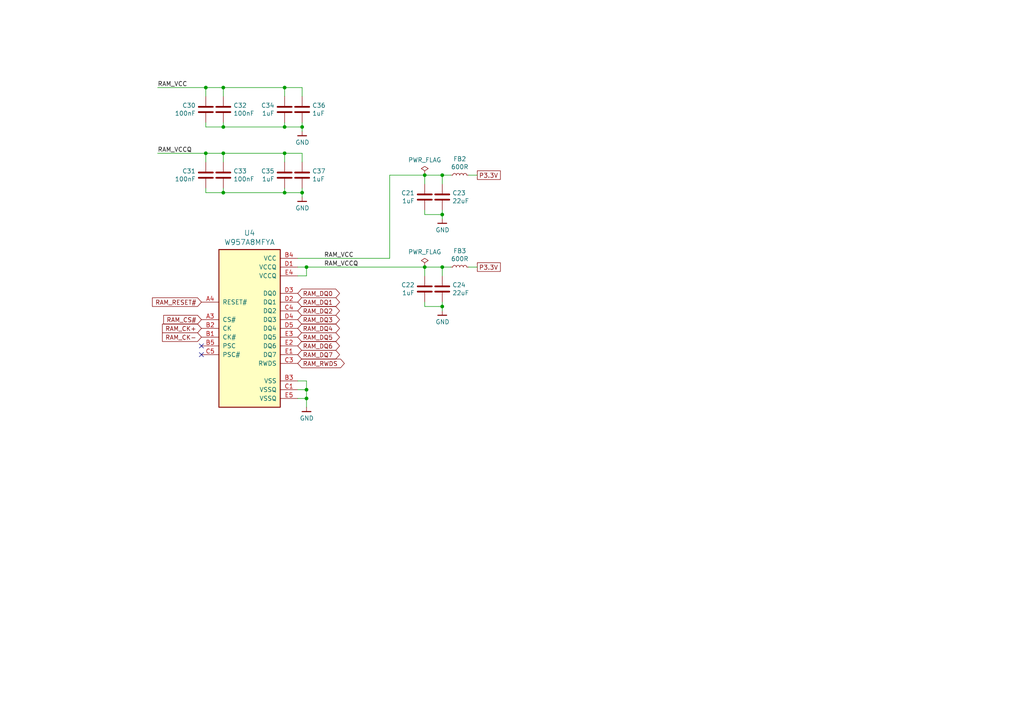
<source format=kicad_sch>
(kicad_sch (version 20230121) (generator eeschema)
  (paper "A4")
  (title_block (title "Orange Cart") (date "2021-02-28") (rev "r0.1") (comment 2 "Licensed under CERN OHL v.1.2") (comment 3 "Cartridge version redesign: Marcus Comstedt") (comment 4 "Based on Orange Crab by Gregory Davill"))
  (lib_symbols
    (symbol "Device:C" (pin_numbers hide) (pin_names (offset 0.254))
      (property "Reference" "C" (at 0.635 2.54 0))
      (property "Value" "C" (at 0.635 -2.54 0))
      (symbol "C_0_1"
        (polyline (pts (xy -2.032 -0.762) (xy 2.032 -0.762)) (stroke (width 0.508)))
        (polyline (pts (xy -2.032 0.762) (xy 2.032 0.762)) (stroke (width 0.508)))
      )
      (symbol "C_1_1"
        (pin passive line (at 0 3.81 270) (length 2.794) (name "~") (number "1"))
        (pin passive line (at 0 -3.81 90) (length 2.794) (name "~") (number "2"))
      )
    )
    (symbol "Device:L_Small" (pin_numbers hide) (pin_names (offset 0.254) hide)
      (property "Reference" "L" (at 0.762 1.016 0))
      (property "Value" "L_Small" (at 0.762 -1.016 0))
      (symbol "L_Small_0_1"
        (arc (start 0 -2.032) (mid 0.5058 -1.524) (end 0 -1.016))
        (arc (start 0 -1.016) (mid 0.5058 -0.508) (end 0 0))
        (arc (start 0 0) (mid 0.5058 0.508) (end 0 1.016))
        (arc (start 0 1.016) (mid 0.5058 1.524) (end 0 2.032))
      )
      (symbol "L_Small_1_1"
        (pin passive line (at 0 2.54 270) (length 0.508) (name "~") (number "1"))
        (pin passive line (at 0 -2.54 90) (length 0.508) (name "~") (number "2"))
      )
    )
    (symbol "gkl_power:GND" (power) (pin_names (offset 0))
      (property "Value" "GND" (at 0 -2.54 0))
      (symbol "GND_0_1"
        (polyline (pts (xy 0 -1.27) (xy 0 0)))
        (polyline (pts (xy 1.27 -1.27) (xy -1.27 -1.27)) (stroke (width 0.3048)))
      )
      (symbol "GND_1_1"
        (pin power_in line (at 0 0 270) (length 0) hide (name "GND") (number "1"))
      )
    )
    (symbol "hyperram:S70KS1281" (pin_names (offset 1.016))
      (property "Reference" "U" (at 5.08 6.35 0))
      (property "Value" "S70KS1281" (at 5.08 3.81 0))
      (symbol "S70KS1281_1_1"
        (rectangle (start 5.08 2.54) (end 22.86 -43.18) (stroke (width 0.3048)) (fill (type background)))
        (pin no_connect line (at 27.94 -7.62 180) (length 5.08) hide (name "RFU") (number "A2"))
        (pin input line (at 0 -17.78 0) (length 5.08) (name "CS#") (number "A3"))
        (pin input line (at 0 -12.7 0) (length 5.08) (name "RESET#") (number "A4"))
        (pin no_connect line (at 0 -15.24 0) (length 5.08) hide (name "RFU") (number "A5"))
        (pin input line (at 0 -22.86 0) (length 5.08) (name "CK#") (number "B1"))
        (pin input line (at 0 -20.32 0) (length 5.08) (name "CK") (number "B2"))
        (pin power_in line (at 27.94 -35.56 180) (length 5.08) (name "VSS") (number "B3"))
        (pin power_in line (at 27.94 0 180) (length 5.08) (name "VCC") (number "B4"))
        (pin input line (at 0 -25.4 0) (length 5.08) (name "PSC") (number "B5"))
        (pin power_in line (at 27.94 -38.1 180) (length 5.08) (name "VSSQ") (number "C1"))
        (pin no_connect line (at 27.94 -33.02 180) (length 5.08) hide (name "RFU") (number "C2"))
        (pin bidirectional line (at 27.94 -30.48 180) (length 5.08) (name "RWDS") (number "C3"))
        (pin bidirectional line (at 27.94 -15.24 180) (length 5.08) (name "DQ2") (number "C4"))
        (pin input line (at 0 -27.94 0) (length 5.08) (name "PSC#") (number "C5"))
        (pin power_in line (at 27.94 -2.54 180) (length 5.08) (name "VCCQ") (number "D1"))
        (pin bidirectional line (at 27.94 -12.7 180) (length 5.08) (name "DQ1") (number "D2"))
        (pin bidirectional line (at 27.94 -10.16 180) (length 5.08) (name "DQ0") (number "D3"))
        (pin bidirectional line (at 27.94 -17.78 180) (length 5.08) (name "DQ3") (number "D4"))
        (pin bidirectional line (at 27.94 -20.32 180) (length 5.08) (name "DQ4") (number "D5"))
        (pin bidirectional line (at 27.94 -27.94 180) (length 5.08) (name "DQ7") (number "E1"))
        (pin bidirectional line (at 27.94 -25.4 180) (length 5.08) (name "DQ6") (number "E2"))
        (pin bidirectional line (at 27.94 -22.86 180) (length 5.08) (name "DQ5") (number "E3"))
        (pin power_in line (at 27.94 -5.08 180) (length 5.08) (name "VCCQ") (number "E4"))
        (pin power_in line (at 27.94 -40.64 180) (length 5.08) (name "VSSQ") (number "E5"))
      )
    )
    (symbol "power:PWR_FLAG" (power) (pin_numbers hide) (pin_names (offset 0) hide)
      (property "Value" "PWR_FLAG" (at 0 3.81 0))
      (symbol "PWR_FLAG_0_0"
        (pin power_out line (at 0 0 90) (length 0) (name "pwr") (number "1"))
      )
      (symbol "PWR_FLAG_0_1"
        (polyline (pts (xy 0 0) (xy 0 1.27) (xy -1.016 1.905) (xy 0 2.54) (xy 1.016 1.905) (xy 0 1.27)))
      )
    )
  )
  (junction (at 128.27 50.8))
  (junction (at 128.27 88.9))
  (junction (at 64.77 36.83))
  (junction (at 64.77 25.4))
  (junction (at 88.9 115.57))
  (junction (at 87.63 36.83))
  (junction (at 87.63 55.88))
  (junction (at 123.19 77.47))
  (junction (at 59.69 25.4))
  (junction (at 123.19 50.8))
  (junction (at 88.9 113.03))
  (junction (at 128.27 77.47))
  (junction (at 82.55 36.83))
  (junction (at 82.55 55.88))
  (junction (at 128.27 62.23))
  (junction (at 82.55 25.4))
  (junction (at 64.77 44.45))
  (junction (at 88.9 77.47))
  (junction (at 82.55 44.45))
  (junction (at 59.69 44.45))
  (junction (at 64.77 55.88))
  (no_connect (at 58.42 100.33))
  (no_connect (at 58.42 102.87))
  (wire (pts (xy 88.9 80.01) (xy 88.9 77.47)))
  (wire (pts (xy 82.55 54.61) (xy 82.55 55.88)))
  (wire (pts (xy 138.43 77.47) (xy 135.89 77.47)))
  (wire (pts (xy 86.36 113.03) (xy 88.9 113.03)))
  (wire (pts (xy 123.19 77.47) (xy 128.27 77.47)))
  (wire (pts (xy 128.27 87.63) (xy 128.27 88.9)))
  (wire (pts (xy 128.27 50.8) (xy 128.27 53.34)))
  (wire (pts (xy 87.63 54.61) (xy 87.63 55.88)))
  (wire (pts (xy 88.9 77.47) (xy 123.19 77.47)))
  (wire (pts (xy 64.77 25.4) (xy 82.55 25.4)))
  (wire (pts (xy 123.19 50.8) (xy 113.03 50.8)))
  (wire (pts (xy 82.55 44.45) (xy 87.63 44.45)))
  (wire (pts (xy 59.69 46.99) (xy 59.69 44.45)))
  (wire (pts (xy 86.36 80.01) (xy 88.9 80.01)))
  (wire (pts (xy 87.63 36.83) (xy 87.63 38.1)))
  (wire (pts (xy 64.77 44.45) (xy 82.55 44.45)))
  (wire (pts (xy 123.19 88.9) (xy 128.27 88.9)))
  (wire (pts (xy 87.63 27.94) (xy 87.63 25.4)))
  (wire (pts (xy 87.63 35.56) (xy 87.63 36.83)))
  (wire (pts (xy 130.81 50.8) (xy 128.27 50.8)))
  (wire (pts (xy 59.69 35.56) (xy 59.69 36.83)))
  (wire (pts (xy 86.36 74.93) (xy 113.03 74.93)))
  (wire (pts (xy 123.19 80.01) (xy 123.19 77.47)))
  (wire (pts (xy 59.69 36.83) (xy 64.77 36.83)))
  (wire (pts (xy 45.72 44.45) (xy 59.69 44.45)))
  (wire (pts (xy 87.63 55.88) (xy 87.63 57.15)))
  (wire (pts (xy 45.72 25.4) (xy 59.69 25.4)))
  (wire (pts (xy 88.9 115.57) (xy 88.9 118.11)))
  (wire (pts (xy 88.9 113.03) (xy 88.9 115.57)))
  (wire (pts (xy 59.69 44.45) (xy 64.77 44.45)))
  (wire (pts (xy 82.55 36.83) (xy 87.63 36.83)))
  (wire (pts (xy 59.69 55.88) (xy 64.77 55.88)))
  (wire (pts (xy 123.19 87.63) (xy 123.19 88.9)))
  (wire (pts (xy 82.55 25.4) (xy 87.63 25.4)))
  (wire (pts (xy 113.03 50.8) (xy 113.03 74.93)))
  (wire (pts (xy 128.27 60.96) (xy 128.27 62.23)))
  (wire (pts (xy 86.36 77.47) (xy 88.9 77.47)))
  (wire (pts (xy 64.77 27.94) (xy 64.77 25.4)))
  (wire (pts (xy 123.19 62.23) (xy 128.27 62.23)))
  (wire (pts (xy 138.43 50.8) (xy 135.89 50.8)))
  (wire (pts (xy 64.77 54.61) (xy 64.77 55.88)))
  (wire (pts (xy 123.19 60.96) (xy 123.19 62.23)))
  (wire (pts (xy 82.55 35.56) (xy 82.55 36.83)))
  (wire (pts (xy 128.27 77.47) (xy 128.27 80.01)))
  (wire (pts (xy 87.63 46.99) (xy 87.63 44.45)))
  (wire (pts (xy 123.19 53.34) (xy 123.19 50.8)))
  (wire (pts (xy 59.69 25.4) (xy 64.77 25.4)))
  (wire (pts (xy 59.69 27.94) (xy 59.69 25.4)))
  (wire (pts (xy 130.81 77.47) (xy 128.27 77.47)))
  (wire (pts (xy 59.69 54.61) (xy 59.69 55.88)))
  (wire (pts (xy 64.77 36.83) (xy 82.55 36.83)))
  (wire (pts (xy 88.9 110.49) (xy 88.9 113.03)))
  (wire (pts (xy 82.55 55.88) (xy 87.63 55.88)))
  (wire (pts (xy 128.27 62.23) (xy 128.27 63.5)))
  (wire (pts (xy 86.36 115.57) (xy 88.9 115.57)))
  (wire (pts (xy 128.27 88.9) (xy 128.27 90.17)))
  (wire (pts (xy 86.36 110.49) (xy 88.9 110.49)))
  (wire (pts (xy 123.19 50.8) (xy 128.27 50.8)))
  (wire (pts (xy 82.55 46.99) (xy 82.55 44.45)))
  (wire (pts (xy 64.77 55.88) (xy 82.55 55.88)))
  (wire (pts (xy 64.77 35.56) (xy 64.77 36.83)))
  (wire (pts (xy 64.77 46.99) (xy 64.77 44.45)))
  (wire (pts (xy 82.55 27.94) (xy 82.55 25.4)))
  (label "RAM_VCCQ" (at 45.72 44.45 0))
  (label "RAM_VCC" (at 93.98 74.93 0))
  (label "RAM_VCCQ" (at 93.98 77.47 0))
  (label "RAM_VCC" (at 45.72 25.4 0))
  (global_label "RAM_DQ7" (shape bidirectional) (at 86.36 102.87 0) (property "Intersheetrefs" "${INTERSHEET_REFS}" (effects hide)))
  (global_label "RAM_RWDS" (shape bidirectional) (at 86.36 105.41 0) (property "Intersheetrefs" "${INTERSHEET_REFS}" (effects hide)))
  (global_label "RAM_DQ2" (shape bidirectional) (at 86.36 90.17 0) (property "Intersheetrefs" "${INTERSHEET_REFS}" (effects hide)))
  (global_label "RAM_DQ4" (shape bidirectional) (at 86.36 95.25 0) (property "Intersheetrefs" "${INTERSHEET_REFS}" (effects hide)))
  (global_label "RAM_CS#" (shape input) (at 58.42 92.71 180) (property "Intersheetrefs" "${INTERSHEET_REFS}" (effects hide)))
  (global_label "RAM_DQ3" (shape bidirectional) (at 86.36 92.71 0) (property "Intersheetrefs" "${INTERSHEET_REFS}" (effects hide)))
  (global_label "RAM_CK+" (shape input) (at 58.42 95.25 180) (property "Intersheetrefs" "${INTERSHEET_REFS}" (effects hide)))
  (global_label "P3.3V" (shape passive) (at 138.43 77.47 0) (property "Intersheetrefs" "${INTERSHEET_REFS}" (effects hide)))
  (global_label "RAM_DQ6" (shape bidirectional) (at 86.36 100.33 0) (property "Intersheetrefs" "${INTERSHEET_REFS}" (effects hide)))
  (global_label "RAM_DQ0" (shape bidirectional) (at 86.36 85.09 0) (property "Intersheetrefs" "${INTERSHEET_REFS}" (effects hide)))
  (global_label "RAM_CK-" (shape input) (at 58.42 97.79 180) (property "Intersheetrefs" "${INTERSHEET_REFS}" (effects hide)))
  (global_label "RAM_DQ5" (shape bidirectional) (at 86.36 97.79 0) (property "Intersheetrefs" "${INTERSHEET_REFS}" (effects hide)))
  (global_label "RAM_RESET#" (shape input) (at 58.42 87.63 180) (property "Intersheetrefs" "${INTERSHEET_REFS}" (effects hide)))
  (global_label "P3.3V" (shape passive) (at 138.43 50.8 0) (property "Intersheetrefs" "${INTERSHEET_REFS}" (effects hide)))
  (global_label "RAM_DQ1" (shape bidirectional) (at 86.36 87.63 0) (property "Intersheetrefs" "${INTERSHEET_REFS}" (effects hide)))
  (symbol (lib_id "Device:C") (at 82.55 50.8 0) (mirror y) (unit 1)
    (property "Reference" "C35" (at 79.629 49.6316 0) (effects (justify left)))
    (property "Value" "1uF" (at 79.629 51.943 0) (effects (justify left)))
    (property "Footprint" "Capacitor_SMD:C_0402_1005Metric" (effects hide))
    (property "Mfg" "Taiyo Yuden" (effects hide))
    (property "PN" "JMK105C6105KV-F" (effects hide))
    (property "Mouser Part No" "963-JMK105C6105KV-F" (effects hide))
    (property "Pricing (EUR)" "0,10" (effects hide))
  )
  (symbol (lib_id "gkl_power:GND") (at 87.63 57.15 0) (unit 1)
    (property "Reference" "#PWR0135" (effects hide))
    (property "Value" "GND" (at 87.7062 60.3504 0))
  )
  (symbol (lib_id "Device:C") (at 87.63 50.8 0) (unit 1)
    (property "Reference" "C37" (at 90.551 49.6316 0) (effects (justify left)))
    (property "Value" "1uF" (at 90.551 51.943 0) (effects (justify left)))
    (property "Footprint" "Capacitor_SMD:C_0402_1005Metric" (effects hide))
    (property "Mfg" "Taiyo Yuden" (effects hide))
    (property "PN" "JMK105C6105KV-F" (effects hide))
    (property "Mouser Part No" "963-JMK105C6105KV-F" (effects hide))
    (property "Pricing (EUR)" "0,10" (effects hide))
  )
  (symbol (lib_id "Device:C") (at 59.69 50.8 0) (mirror y) (unit 1)
    (property "Reference" "C31" (at 56.769 49.6316 0) (effects (justify left)))
    (property "Value" "100nF" (at 56.769 51.943 0) (effects (justify left)))
    (property "Footprint" "Capacitor_SMD:C_0201_0603Metric" (effects hide))
    (property "Mfg" "Samsung Electro-Mechanics" (effects hide))
    (property "PN" "CL03A104KQ3NNNC" (effects hide))
    (property "Mouser Part No" "187-CL03A104KQ3NNNC" (effects hide))
    (property "Pricing (EUR)" "0,02" (effects hide))
  )
  (symbol (lib_id "Device:C") (at 64.77 50.8 0) (unit 1)
    (property "Reference" "C33" (at 67.691 49.6316 0) (effects (justify left)))
    (property "Value" "100nF" (at 67.691 51.943 0) (effects (justify left)))
    (property "Footprint" "Capacitor_SMD:C_0201_0603Metric" (effects hide))
    (property "Mfg" "Samsung Electro-Mechanics" (effects hide))
    (property "PN" "CL03A104KQ3NNNC" (effects hide))
    (property "Mouser Part No" "187-CL03A104KQ3NNNC" (effects hide))
    (property "Pricing (EUR)" "0,02" (effects hide))
  )
  (symbol (lib_id "Device:C") (at 82.55 31.75 0) (mirror y) (unit 1)
    (property "Reference" "C34" (at 79.629 30.5816 0) (effects (justify left)))
    (property "Value" "1uF" (at 79.629 32.893 0) (effects (justify left)))
    (property "Footprint" "Capacitor_SMD:C_0402_1005Metric" (effects hide))
    (property "Mfg" "Taiyo Yuden" (effects hide))
    (property "PN" "JMK105C6105KV-F" (effects hide))
    (property "Mouser Part No" "963-JMK105C6105KV-F" (effects hide))
    (property "Pricing (EUR)" "0,10" (effects hide))
  )
  (symbol (lib_id "gkl_power:GND") (at 87.63 38.1 0) (unit 1)
    (property "Reference" "#PWR0136" (effects hide))
    (property "Value" "GND" (at 87.7062 41.3004 0))
  )
  (symbol (lib_id "Device:C") (at 87.63 31.75 0) (unit 1)
    (property "Reference" "C36" (at 90.551 30.5816 0) (effects (justify left)))
    (property "Value" "1uF" (at 90.551 32.893 0) (effects (justify left)))
    (property "Footprint" "Capacitor_SMD:C_0402_1005Metric" (effects hide))
    (property "Mfg" "Taiyo Yuden" (effects hide))
    (property "PN" "JMK105C6105KV-F" (effects hide))
    (property "Mouser Part No" "963-JMK105C6105KV-F" (effects hide))
    (property "Pricing (EUR)" "0,10" (effects hide))
  )
  (symbol (lib_id "Device:C") (at 59.69 31.75 0) (mirror y) (unit 1)
    (property "Reference" "C30" (at 56.769 30.5816 0) (effects (justify left)))
    (property "Value" "100nF" (at 56.769 32.893 0) (effects (justify left)))
    (property "Footprint" "Capacitor_SMD:C_0201_0603Metric" (effects hide))
    (property "Mfg" "Samsung Electro-Mechanics" (effects hide))
    (property "PN" "CL03A104KQ3NNNC" (effects hide))
    (property "Mouser Part No" "187-CL03A104KQ3NNNC" (effects hide))
    (property "Pricing (EUR)" "0,02" (effects hide))
  )
  (symbol (lib_id "Device:C") (at 64.77 31.75 0) (unit 1)
    (property "Reference" "C32" (at 67.691 30.5816 0) (effects (justify left)))
    (property "Value" "100nF" (at 67.691 32.893 0) (effects (justify left)))
    (property "Footprint" "Capacitor_SMD:C_0201_0603Metric" (effects hide))
    (property "Mfg" "Samsung Electro-Mechanics" (effects hide))
    (property "PN" "CL03A104KQ3NNNC" (effects hide))
    (property "Mouser Part No" "187-CL03A104KQ3NNNC" (effects hide))
    (property "Pricing (EUR)" "0,02" (effects hide))
  )
  (symbol (lib_id "Device:C") (at 123.19 57.15 0) (mirror y) (unit 1)
    (property "Reference" "C21" (at 120.269 55.9816 0) (effects (justify left)))
    (property "Value" "1uF" (at 120.269 58.293 0) (effects (justify left)))
    (property "Footprint" "Capacitor_SMD:C_0402_1005Metric" (effects hide))
    (property "Mfg" "Taiyo Yuden" (effects hide))
    (property "PN" "JMK105C6105KV-F" (effects hide))
    (property "Mouser Part No" "963-JMK105C6105KV-F" (effects hide))
    (property "Pricing (EUR)" "0,10" (effects hide))
  )
  (symbol (lib_id "Device:C") (at 128.27 57.15 0) (unit 1)
    (property "Reference" "C23" (at 131.191 55.9816 0) (effects (justify left)))
    (property "Value" "22uF" (at 131.191 58.293 0) (effects (justify left)))
    (property "Footprint" "Capacitor_SMD:C_0603_1608Metric" (effects hide))
    (property "Mfg" "Murata Electronics North America" (effects hide))
    (property "PN" "GRM188R60J226MEA0D" (effects hide))
    (property "Mouser Part No" "81-GRM188R60J226ME0D / 81-GRM188R60J226ME5J" (effects hide))
    (property "Pricing (EUR)" "0,22" (effects hide))
  )
  (symbol (lib_id "gkl_power:GND") (at 128.27 63.5 0) (unit 1)
    (property "Reference" "#PWR0127" (effects hide))
    (property "Value" "GND" (at 128.3462 66.7004 0))
  )
  (symbol (lib_id "Device:L_Small") (at 133.35 50.8 90) (unit 1)
    (property "Reference" "FB2" (at 133.35 46.101 90))
    (property "Value" "600R" (at 133.35 48.4124 90))
    (property "Footprint" "Inductor_SMD:L_0402_1005Metric" (effects hide))
    (property "Mfg" "Murata Electronics North America" (effects hide))
    (property "PN" "BLM15AG601SN1D" (effects hide))
    (property "Mouser Part No" "81-BLM15AG601SN1D" (effects hide))
    (property "Pricing (EUR)" "0,12" (effects hide))
  )
  (symbol (lib_id "Device:C") (at 123.19 83.82 0) (mirror y) (unit 1)
    (property "Reference" "C22" (at 120.269 82.6516 0) (effects (justify left)))
    (property "Value" "1uF" (at 120.269 84.963 0) (effects (justify left)))
    (property "Footprint" "Capacitor_SMD:C_0402_1005Metric" (effects hide))
    (property "Mfg" "Taiyo Yuden" (effects hide))
    (property "PN" "JMK105C6105KV-F" (effects hide))
    (property "Mouser Part No" "963-JMK105C6105KV-F" (effects hide))
    (property "Pricing (EUR)" "0,10" (effects hide))
  )
  (symbol (lib_id "Device:C") (at 128.27 83.82 0) (unit 1)
    (property "Reference" "C24" (at 131.191 82.6516 0) (effects (justify left)))
    (property "Value" "22uF" (at 131.191 84.963 0) (effects (justify left)))
    (property "Footprint" "Capacitor_SMD:C_0603_1608Metric" (effects hide))
    (property "Mfg" "Murata Electronics North America" (effects hide))
    (property "PN" "GRM188R60J226MEA0D" (effects hide))
    (property "Mouser Part No" "81-GRM188R60J226ME0D / 81-GRM188R60J226ME5J" (effects hide))
    (property "Pricing (EUR)" "0,22" (effects hide))
  )
  (symbol (lib_id "gkl_power:GND") (at 128.27 90.17 0) (unit 1)
    (property "Reference" "#PWR0128" (effects hide))
    (property "Value" "GND" (at 128.3462 93.3704 0))
  )
  (symbol (lib_id "Device:L_Small") (at 133.35 77.47 90) (unit 1)
    (property "Reference" "FB3" (at 133.35 72.771 90))
    (property "Value" "600R" (at 133.35 75.0824 90))
    (property "Footprint" "Inductor_SMD:L_0402_1005Metric" (effects hide))
    (property "Mfg" "Murata Electronics North America" (effects hide))
    (property "PN" "BLM15AG601SN1D" (effects hide))
    (property "Mouser Part No" "81-BLM15AG601SN1D" (effects hide))
    (property "Pricing (EUR)" "0,12" (effects hide))
  )
  (symbol (lib_id "gkl_power:GND") (at 88.9 118.11 0) (unit 1)
    (property "Reference" "#PWR0129" (effects hide))
    (property "Value" "GND" (at 88.9762 121.3104 0))
  )
  (symbol (lib_id "hyperram:S70KS1281") (at 58.42 74.93 0) (unit 1)
    (property "Reference" "U4" (at 72.39 67.564 0) (effects (font (size 1.524 1.524))))
    (property "Value" "W957A8MFYA" (at 72.39 70.2564 0) (effects (font (size 1.524 1.524))))
    (property "Footprint" "gkl_housings_bga:T-PBGA-24_6.0x8.0mm_Layout5x5_P1.0mm" (effects hide))
    (property "Datasheet" "https://www.winbond.com/resource-files/W957x8MFYA_128Mb_HyperRAM_TFBGA24_DDP_datasheet_A01-003_20211208.pdf" (effects hide))
    (property "Mfg" "Winbond" (effects hide))
    (property "Mouser Part No" "454-W957A8MFYA5I" (effects hide))
    (property "PN" "W957A8MFYA5I" (effects hide))
    (property "Pricing (EUR)" "4,19" (effects hide))
  )
  (symbol (lib_id "power:PWR_FLAG") (at 123.19 50.8 0) (unit 1)
    (property "Reference" "#FLG0107" (effects hide))
    (property "Value" "PWR_FLAG" (at 123.19 46.4058 0))
  )
  (symbol (lib_id "power:PWR_FLAG") (at 123.19 77.47 0) (unit 1)
    (property "Reference" "#FLG0106" (effects hide))
    (property "Value" "PWR_FLAG" (at 123.19 73.0758 0))
  )
)
</source>
